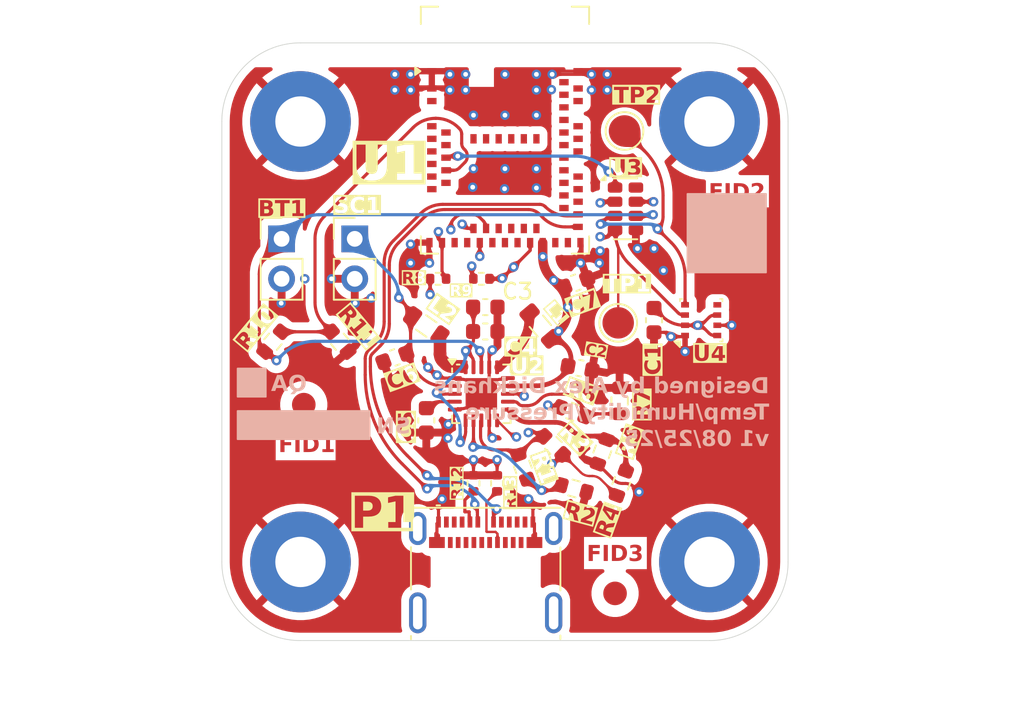
<source format=kicad_pcb>
(kicad_pcb (version 20241229) (generator "pcbnew") (generator_version "9.0")
  (layers (0 "F.Cu" signal) (4 "In1.Cu" signal) (6 "In2.Cu" signal) (2 "B.Cu" signal) (13 "F.Paste" user) (15 "B.Paste" user) (5 "F.SilkS" user "F.Silkscreen") (7 "B.SilkS" user "B.Silkscreen") (1 "F.Mask" user) (3 "B.Mask" user) (25 "Edge.Cuts" user))
  (net 0 "")
  (net 47 "Net-(U2-VRDIV)")
  (net 48 "Net-(U2-VBAT_OV)")
  (net 49 "Net-(U2-OK_HYST)")
  (net 50 "GND")
  (net 51 "Net-(U2-VREF_SAMP)")
  (net 52 "+3V3")
  (net 53 "Net-(U2-OK_PROG)")
  (net 54 "Net-(U2-LBOOST)")
  (net 55 "Net-(U2-VOC_SAMP)")
  (net 56 "Net-(SC1-+)")
  (net 57 "+BATT")
  (net 58 "Net-(U2-LBUCK)")
  (net 59 "Net-(U2-VOUT_SET)")
  (net 60 "/SDA")
  (net 61 "/SCL")
  (net 62 "/RTC_CLKOUT")
  (net 63 "/RTC_INT")
  (net 65 "/VBAT_SENSE")
  (net 66 "/VBAT_OK")
  (net 70 "Net-(P1-CC)")
  (net 71 "Net-(P1-VCONN)")
  (net 78 "/usb.d+")
  (net 79 "/usb.d-")
  (footprint "Resistor_SMD:R_0402_1005Metric" (layer "F.Cu") (at 126.5 100 180)
    (property "Reference" "R9")
    (property "Value" "47k")
  )
  (footprint "MountingHole:MountingHole_3.2mm_M3_Pad" (layer "F.Cu") (at 115 90)
    (property "Reference" "H1" (hide yes))
    (property "Value" "MountingHole_Pad")
  )
  (footprint "Resistor_SMD:R_0603_1608Metric" (layer "F.Cu") (at 132.39 113.33 -15)
    (property "Reference" "R2")
    (property "Value" "5.62m")
  )
  (footprint "Resistor_SMD:R_0603_1608Metric" (layer "F.Cu") (at 131.08 110.59 -44)
    (property "Reference" "R3")
    (property "Value" "1.87m")
  )
  (footprint "Resistor_SMD:R_0603_1608Metric" (layer "F.Cu") (at 113.25 104 50)
    (property "Reference" "R10")
    (property "Value" "4.22m")
  )
  (footprint "MountingHole:MountingHole_3.2mm_M3_Pad" (layer "F.Cu") (at 141 90)
    (property "Reference" "H3" (hide yes))
    (property "Value" "MountingHole_Pad")
  )
  (footprint "Resistor_SMD:R_0603_1608Metric" (layer "F.Cu") (at 134.19 111 -110)
    (property "Reference" "R5")
    (property "Value" "5.62m")
  )
  (footprint "TestPoint:TestPoint_Pad_D2.0mm" (layer "F.Cu") (at 135.2 102.8)
    (property "Reference" "TP1")
    (property "Value" "SDA_TP")
  )
  (footprint "Capacitor_SMD:C_0603_1608Metric" (layer "F.Cu") (at 132.5 100.25 -160)
    (property "Reference" "C7")
    (property "Value" "4.7u")
  )
  (footprint "Capacitor_SMD:C_0603_1608Metric" (layer "F.Cu") (at 126.75 103.349999)
    (property "Reference" "C4")
    (property "Value" "4.7u")
  )
  (footprint "Resistor_SMD:R_0402_1005Metric" (layer "F.Cu") (at 123.75 100)
    (property "Reference" "R8")
    (property "Value" "47k")
  )
  (footprint "Resistor_SMD:R_0603_1608Metric" (layer "F.Cu") (at 135.4 113 70)
    (property "Reference" "R4")
    (property "Value" "5.49m")
  )
  (footprint "Fiducial:Fiducial_1.5mm_Mask3mm" (layer "F.Cu") (at 135 120)
    (property "Reference" "FID3")
    (property "Value" "Fiducial")
  )
  (footprint "Capacitor_SMD:C_0603_1608Metric" (layer "F.Cu") (at 132.77 105.68 -10)
    (property "Reference" "C2")
    (property "Value" "22u")
  )
  (footprint "Capacitor_SMD:C_0603_1608Metric" (layer "F.Cu") (at 121 105 -160)
    (property "Reference" "C6")
    (property "Value" "4.7u")
  )
  (footprint "Resistor_SMD:R_0402_1005Metric" (layer "F.Cu") (at 126 113 90)
    (property "Reference" "R12")
    (property "Value" "5.1k")
  )
  (footprint "Capacitor_SMD:C_0603_1608Metric" (layer "F.Cu") (at 126.75 101.8 180)
    (property "Reference" "C3")
    (property "Value" "10n")
  )
  (footprint "MountingHole:MountingHole_3.2mm_M3_Pad" (layer "F.Cu") (at 141 118)
    (property "Reference" "H4" (hide yes))
    (property "Value" "MountingHole_Pad")
  )
  (footprint "Capacitor_SMD:C_0603_1608Metric" (layer "F.Cu") (at 137.475 102.63 -90)
    (property "Reference" "C1")
    (property "Value" "100n")
  )
  (footprint "Connector_PinHeader_2.54mm:PinHeader_1x02_P2.54mm_Vertical" (layer "F.Cu") (at 118.45 97.46)
    (property "Reference" "SC1")
    (property "Value" "Solar_Cell")
  )
  (footprint "Package_DFN_QFN:QFN-20-1EP_3.5x3.5mm_P0.5mm_EP2x2mm" (layer "F.Cu") (at 126.5 107.3125)
    (property "Reference" "U2")
    (property "Value" "BQ25570")
  )
  (footprint "Resistor_SMD:R_0603_1608Metric" (layer "F.Cu") (at 132.3 108.45 -20)
    (property "Reference" "R6")
    (property "Value" "4.22m")
  )
  (footprint "Fiducial:Fiducial_1.5mm_Mask3mm" (layer "F.Cu") (at 115.210249 108)
    (property "Reference" "FID1")
    (property "Value" "Fiducial")
  )
  (footprint "Inductor_SMD:L_0805_2012Metric" (layer "F.Cu") (at 130.25 103 -50)
    (property "Reference" "L1")
    (property "Value" "10u")
  )
  (footprint "Resistor_SMD:R_0402_1005Metric" (layer "F.Cu") (at 127.5 113 -90)
    (property "Reference" "R13")
    (property "Value" "5.1k")
  )
  (footprint "Capacitor_SMD:C_0603_1608Metric" (layer "F.Cu") (at 123 109 -90)
    (property "Reference" "C5")
    (property "Value" "10n")
  )
  (footprint "RF_Module:Raytac_MDBT50Q" (layer "F.Cu") (at 128 90.55)
    (property "Reference" "U1")
    (property "Value" "MDBT50Q-1MV2")
  )
  (footprint "Resistor_SMD:R_0603_1608Metric" (layer "F.Cu") (at 129.132166 111.965246 -70)
    (property "Reference" "R1")
    (property "Value" "7.32m")
  )
  (footprint "Package_LGA:Bosch_LGA-8_2.5x2.5mm_P0.65mm_ClockwisePinNumbering" (layer "F.Cu") (at 140.475 102.63 90)
    (property "Reference" "U4")
    (property "Value" "BME280")
  )
  (footprint "Connector_USB:USB_C_Receptacle_Molex_105450-0101" (layer "F.Cu") (at 126.775 118.68)
    (property "Reference" "P1")
    (property "Value" "USB_C_Plug_USB2.0")
  )
  (footprint "Inductor_SMD:L_0805_2012Metric" (layer "F.Cu") (at 123 103 -35)
    (property "Reference" "L2")
    (property "Value" "22u")
  )
  (footprint "Resistor_SMD:R_0603_1608Metric" (layer "F.Cu") (at 117.5 104 -50)
    (property "Reference" "R11")
    (property "Value" "1.87m")
  )
  (footprint "Package_SON:MicroCrystal_C7_SON-8_1.5x3.2mm_P0.9mm" (layer "F.Cu") (at 135.6625 95.55)
    (property "Reference" "U3")
    (property "Value" "RV-3028-C7")
  )
  (footprint "Fiducial:Fiducial_1.5mm_Mask3mm" (layer "F.Cu") (at 142.75 97)
    (property "Reference" "FID2")
    (property "Value" "Fiducial")
  )
  (footprint "Resistor_SMD:R_0603_1608Metric" (layer "F.Cu") (at 135.29 107.76 90)
    (property "Reference" "R7")
    (property "Value" "8.66m")
  )
  (footprint "TestPoint:TestPoint_Pad_D2.0mm" (layer "F.Cu") (at 135.6 90.6)
    (property "Reference" "TP2")
    (property "Value" "SCL_TP")
  )
  (footprint "Connector_PinHeader_2.54mm:PinHeader_1x02_P2.54mm_Vertical" (layer "F.Cu") (at 113.8 97.46)
    (property "Reference" "BT1")
    (property "Value" "Battery_Cell")
  )
  (footprint "MountingHole:MountingHole_3.2mm_M3_Pad" (layer "F.Cu") (at 115 118)
    (property "Reference" "H2" (hide yes))
    (property "Value" "MountingHole_Pad")
  )
  (gr_rect (start 111 105.7) (end 112.8 107.5) (stroke (width 0.1)) (fill yes) (layer "B.SilkS"))
  (gr_rect (start 139.6 94.6) (end 144.6 99.6) (stroke (width 0.1)) (fill yes) (layer "B.SilkS"))
  (gr_rect (start 111 108.4) (end 119.4 110.2) (stroke (width 0.1)) (fill yes) (layer "B.SilkS"))
  (gr_line (start 146 118) (end 146 90) (stroke (width 0.05)) (layer "Edge.Cuts"))
  (gr_arc (start 146 118) (mid 144.535534 121.535534) (end 141 123) (stroke (width 0.05)) (layer "Edge.Cuts"))
  (gr_line (start 141 85) (end 115 85) (stroke (width 0.05)) (layer "Edge.Cuts"))
  (gr_arc (start 115 123) (mid 111.464466 121.535534) (end 110 118) (stroke (width 0.05)) (layer "Edge.Cuts"))
  (gr_arc (start 110 90) (mid 111.464466 86.464466) (end 115 85) (stroke (width 0.05)) (layer "Edge.Cuts"))
  (gr_arc (start 141 85) (mid 144.535534 86.464466) (end 146 90) (stroke (width 0.05)) (layer "Edge.Cuts"))
  (gr_line (start 115 123) (end 141 123) (stroke (width 0.05)) (layer "Edge.Cuts"))
  (gr_line (start 110 90) (end 110 118) (stroke (width 0.05)) (layer "Edge.Cuts"))
  (gr_text "QA" (at 115.4 107.3 0) (layer "B.SilkS") (effects (font (size 1 1) (thickness 0.1)) (justify left bottom mirror)))
  (gr_text "Designed by Alex Dickhans\nTemp/Humidity/Pressure\nv1 08/25/25" (at 144.8 110.8 0) (layer "B.SilkS") (effects (font (size 1 1) (thickness 0.1)) (justify left bottom mirror)))
  (gr_text "SN" (at 122 110 0) (layer "B.SilkS") (effects (font (size 1 1) (thickness 0.1)) (justify left bottom mirror)))
  (segment (start 128.85 111.19) (end 129.78878 110.25122) (width 0.2) (layer "F.Cu") (net 47))
  (segment (start 126.5 109) (end 126.449 109.051) (width 0.2) (layer "F.Cu") (net 47))
  (segment (start 127.309346 110.877918) (end 128.206547 110.877918) (width 0.2) (layer "F.Cu") (net 47))
  (segment (start 126.683315 110.583258) (end 126.743661 110.643604) (width 0.2) (layer "F.Cu") (net 47))
  (segment (start 126.449 109.051) (end 126.449 110.017572) (width 0.2) (layer "F.Cu") (net 47))
  (segment (start 131.524754 108.167833) (end 130.867833 108.167833) (width 0.15) (layer "F.Cu") (net 47))
  (segment (start 129.482952 109.77287) (end 129.99398 109.77287) (width 0.15) (layer "F.Cu") (net 47))
  (segment (start 130.354465 110.016906) (end 130.486544 110.016906) (width 0.2) (layer "F.Cu") (net 47))
  (segment (start 130.418244 109.948606) (end 130.486544 110.016906) (width 0.15) (layer "F.Cu") (net 47))
  (segment (start 130.867833 108.167833) (end 130.725 108.025) (width 0.15) (layer "F.Cu") (net 47))
  (segment (start 128.772233 111.112233) (end 128.85 111.19) (width 0.2) (layer "F.Cu") (net 47))
  (via (at 129.482952 109.77287) (size 0.6) (drill 0.3) (layers "F.Cu" "B.Cu") (net 47))
  (via (at 130.725 108.025) (size 0.6) (drill 0.3) (layers "F.Cu" "B.Cu") (net 47))
  (arc (start 126.743661 110.643604) (mid 127.0032 110.817022) (end 127.309346 110.877918) (width 0.2) (layer "F.Cu") (net 47))
  (arc (start 126.683315 110.583258) (mid 126.509896 110.323719) (end 126.449 110.017572) (width 0.2) (layer "F.Cu") (net 47))
  (arc (start 129.99398 109.77287) (mid 130.22359 109.818542) (end 130.418244 109.948606) (width 0.15) (layer "F.Cu") (net 47))
  (arc (start 129.78878 110.25122) (mid 130.048319 110.077802) (end 130.354465 110.016906) (width 0.2) (layer "F.Cu") (net 47))
  (arc (start 128.772233 111.112233) (mid 128.512694 110.938814) (end 128.206547 110.877918) (width 0.2) (layer "F.Cu") (net 47))
  (segment (start 130.325 113.45) (end 130.928214 113.45) (width 0.2) (layer "F.Cu") (net 48))
  (segment (start 126 109) (end 126 110.66389) (width 0.2) (layer "F.Cu") (net 48))
  (segment (start 130.12384 113.45) (end 129.414332 112.740492) (width 0.2) (layer "F.Cu") (net 48))
  (segment (start 130.325 113.45) (end 130.12384 113.45) (width 0.2) (layer "F.Cu") (net 48))
  (segment (start 131.4939 113.215685) (end 131.593111 113.116474) (width 0.2) (layer "F.Cu") (net 48))
  (segment (start 126 110.66389) (end 125.963037 110.700853) (width 0.2) (layer "F.Cu") (net 48))
  (via (at 130.325 113.45) (size 0.6) (drill 0.3) (layers "F.Cu" "B.Cu") (net 48))
  (via (at 125.963037 110.700853) (size 0.6) (drill 0.3) (layers "F.Cu" "B.Cu") (net 48))
  (arc (start 130.928214 113.45) (mid 131.234361 113.389103) (end 131.4939 113.215685) (width 0.2) (layer "F.Cu") (net 48))
  (segment (start 130.325 113.45) (end 128.454533 111.579533) (width 0.2) (layer "B.Cu") (net 48))
  (segment (start 125.963037 110.700853) (end 126.333212 110.700853) (width 0.2) (layer "B.Cu") (net 48))
  (arc (start 126.333212 110.700853) (mid 127.481263 110.929215) (end 128.454533 111.579533) (width 0.2) (layer "B.Cu") (net 48))
  (segment (start 128.555803 110.055803) (end 128.734652 110.055803) (width 0.15) (layer "F.Cu") (net 49))
  (segment (start 133.378697 112.536964) (end 133.548181 112.536964) (width 0.15) (layer "F.Cu") (net 49))
  (segment (start 134.113867 112.771279) (end 135.117834 113.775246) (width 0.15) (layer "F.Cu") (net 49))
  (segment (start 127.5 109) (end 128.555803 110.055803) (width 0.15) (layer "F.Cu") (net 49))
  (segment (start 131.673456 111.163094) (end 132.813012 112.30265) (width 0.15) (layer "F.Cu") (net 49))
  (segment (start 131.06155 111.775) (end 131.673456 111.163094) (width 0.15) (layer "F.Cu") (net 49))
  (segment (start 130.975 111.775) (end 131.06155 111.775) (width 0.15) (layer "F.Cu") (net 49))
  (via (at 130.975 111.775) (size 0.6) (drill 0.3) (layers "F.Cu" "B.Cu") (net 49))
  (via (at 128.734652 110.055803) (size 0.6) (drill 0.3) (layers "F.Cu" "B.Cu") (net 49))
  (arc (start 134.113867 112.771279) (mid 133.854328 112.59786) (end 133.548181 112.536964) (width 0.15) (layer "F.Cu") (net 49))
  (arc (start 132.813012 112.30265) (mid 133.072551 112.476068) (end 133.378697 112.536964) (width 0.15) (layer "F.Cu") (net 49))
  (segment (start 124.8125 108.45) (end 124.8125 108.506129) (width 0.2) (layer "F.Cu") (net 50))
  (segment (start 124.578185 109.071815) (end 124.4 109.25) (width 0.2) (layer "F.Cu") (net 50))
  (segment (start 142.425 102.95) (end 142.42 102.955) (width 0.2) (layer "F.Cu") (net 50))
  (segment (start 127.191685 106.620815) (end 126.5 107.3125) (width 0.2) (layer "F.Cu") (net 50))
  (segment (start 127.2 110.125) (end 127.075 110.125) (width 0.2) (layer "F.Cu") (net 50))
  (segment (start 125.242629 106.3865) (end 124.8865 106.3865) (width 0.2) (layer "F.Cu") (net 50))
  (segment (start 124.8125 108.45) (end 125.001 108.2615) (width 0.2) (layer "F.Cu") (net 50))
  (segment (start 123.675 116.765) (end 123.675 115.565) (width 0.2) (layer "F.Cu") (net 50))
  (segment (start 127.5 112.49) (end 126 112.49) (width 0.2) (layer "F.Cu") (net 50))
  (segment (start 127 110.05) (end 127 109) (width 0.2) (layer "F.Cu") (net 50))
  (segment (start 126.5 107.3125) (end 125.808314 106.620814) (width 0.2) (layer "F.Cu") (net 50))
  (segment (start 127.2 104.525) (end 127 104.725) (width 0.2) (layer "F.Cu") (net 50))
  (segment (start 127.2 110.125) (end 127.025 110.125) (width 0.2) (layer "F.Cu") (net 50))
  (segment (start 123.2 99) (end 123.2 97.7) (width 0.2) (layer "F.Cu") (net 50))
  (segment (start 126 112.49) (end 126 111.5) (width 0.2) (layer "F.Cu") (net 50))
  (segment (start 126.5 107.3125) (end 126.765686 107.578186) (width 0.2) (layer "F.Cu") (net 50))
  (segment (start 131.25 86.8) (end 132.65 86.8) (width 0.2) (layer "F.Cu") (net 50))
  (segment (start 129.875 115.565) (end 129.775 115.465) (width 0.2) (layer "F.Cu") (net 50))
  (segment (start 128.1135 106.3865) (end 127.757371 106.3865) (width 0.2) (layer "F.Cu") (net 50))
  (segment (start 128.1875 106.3125) (end 128.1135 106.3865) (width 0.2) (layer "F.Cu") (net 50))
  (segment (start 127 105.625) (end 127 106.481129) (width 0.2) (layer "F.Cu") (net 50))
  (segment (start 126.765685 107.046815) (end 126.5 107.3125) (width 0.2) (layer "F.Cu") (net 50))
  (segment (start 138.28 103.405) (end 138.55 103.675) (width 0.2) (layer "F.Cu") (net 50))
  (segment (start 124.8125 106.3125) (end 123.875427 106.3125) (width 0.2) (layer "F.Cu") (net 50))
  (segment (start 123.775 114.225) (end 124 114) (width 0.2) (layer "F.Cu") (net 50))
  (segment (start 124.8865 106.3865) (end 124.8125 106.3125) (width 0.2) (layer "F.Cu") (net 50))
  (segment (start 127.5 112.49) (end 127.5 111.5) (width 0.2) (layer "F.Cu") (net 50))
  (segment (start 131 87) (end 133.5 87) (width 0.2) (layer "F.Cu") (net 50))
  (segment (start 124.8125 108.3125) (end 124.8125 108.45) (width 0.2) (layer "F.Cu") (net 50))
  (segment (start 141.5 102.955) (end 142.42 102.955) (width 0.2) (layer "F.Cu") (net 50))
  (segment (start 123.675 115.565) (end 123.775 115.465) (width 0.2) (layer "F.Cu") (net 50))
  (segment (start 123.875427 106.3125) (end 123.68715 106.124223) (width 0.2) (layer "F.Cu") (net 50))
  (segment (start 131 87) (end 131.05 87) (width 0.2) (layer "F.Cu") (net 50))
  (segment (start 129.775 115.465) (end 129.775 114.275) (width 0.2) (layer "F.Cu") (net 50))
  (segment (start 127 108.143871) (end 127 109) (width 0.2) (layer "F.Cu") (net 50))
  (segment (start 137.475 103.405) (end 138.28 103.405) (width 0.2) (layer "F.Cu") (net 50))
  (segment (start 125.001 108.2615) (end 125.219629 108.2615) (width 0.2) (layer "F.Cu") (net 50))
  (segment (start 125.785315 108.027185) (end 126.5 107.3125) (width 0.2) (layer "F.Cu") (net 50))
  (segment (start 133.907833 111.775246) (end 134.909745 112.777158) (width 0.2) (layer "F.Cu") (net 50))
  (segment (start 139.38 103.675) (end 139.45 103.605) (width 0.2) (layer "F.Cu") (net 50))
  (segment (start 129.775 114.275) (end 129.5 114) (width 0.2) (layer "F.Cu") (net 50))
  (segment (start 127 104.725) (end 127 105.625) (width 0.2) (layer "F.Cu") (net 50))
  (segment (start 138.55 103.675) (end 139.38 103.675) (width 0.2) (layer "F.Cu") (net 50))
  (segment (start 136.220787 113.245787) (end 136.525 113.55) (width 0.2) (layer "F.Cu") (net 50))
  (segment (start 123.68715 106.124223) (end 123.599223 106.124223) (width 0.2) (layer "F.Cu") (net 50))
  (segment (start 123.599223 106.124223) (end 123.1 105.625) (width 0.2) (layer "F.Cu") (net 50))
  (segment (start 135.47543 113.011472) (end 135.655101 113.011472) (width 0.2) (layer "F.Cu") (net 50))
  (segment (start 131.05 87) (end 131.25 86.8) (width 0.2) (layer "F.Cu") (net 50))
  (segment (start 127.075 110.125) (end 127 110.05) (width 0.2) (layer "F.Cu") (net 50))
  (segment (start 129.875 116.765) (end 129.875 115.565) (width 0.2) (layer "F.Cu") (net 50))
  (segment (start 123.775 115.465) (end 123.775 114.225) (width 0.2) (layer "F.Cu") (net 50))
  (via (at 138.075 99.475) (size 0.6) (drill 0.3) (layers "F.Cu" "B.Cu") (net 50))
  (via (at 124.375 110.125) (size 0.6) (drill 0.3) (layers "F.Cu" "B.Cu") (net 50))
  (via (at 127.2 104.525) (size 0.6) (drill 0.3) (layers "F.Cu" "B.Cu") (net 50))
  (via (at 130 89.6) (size 0.6) (drill 0.3) (layers "F.Cu" "B.Cu") (net 50))
  (via (at 125.95 94.175) (size 0.6) (drill 0.3) (layers "F.Cu" "B.Cu") (net 50))
  (via (at 136.425 98.075) (size 0.6) (drill 0.3) (layers "F.Cu" "B.Cu") (net 50))
  (via (at 122 88) (size 0.6) (drill 0.3) (layers "F.Cu" "B.Cu") (net 50))
  (via (at 138.55 103.675) (size 0.6) (drill 0.3) (layers "F.Cu" "B.Cu") (net 50))
  (via (at 126 89.6) (size 0.6) (drill 0.3) (layers "F.Cu" "B.Cu") (net 50))
  (via (at 123.68715 106.124223) (size 0.6) (drill 0.3) (layers "F.Cu" "B.Cu") (net 50))
  (via (at 126 93) (size 0.6) (drill 0.3) (layers "F.Cu" "B.Cu") (net 50))
  (via (at 134.05 98.225) (size 0.6) (drill 0.3) (layers "F.Cu" "B.Cu") (net 50))
  (via (at 130 87) (size 0.6) (drill 0.3) (layers "F.Cu" "B.Cu") (net 50))
  (via (at 126 111.5) (size 0.6) (drill 0.3) (layers "F.Cu" "B.Cu") (net 50))
  (via (at 129.5 114) (size 0.6) (drill 0.3) (layers "F.Cu" "B.Cu") (net 50))
  (via (at 125.5 87) (size 0.6) (drill 0.3) (layers "F.Cu" "B.Cu") (net 50))
  (via (at 119.5 101.225) (size 0.6) (drill 0.3) (layers "F.Cu" "B.Cu") (net 50))
  (via (at 124.4 109.25) (size 0.6) (drill 0.3) (layers "F.Cu" "B.Cu") (net 50))
  (via (at 134.5 87) (size 0.6) (drill 0.3) (layers "F.Cu" "B.Cu") (net 50))
  (via (at 128 89.6) (size 0.6) (drill 0.3) (layers "F.Cu" "B.Cu") (net 50))
  (via (at 122 97.8) (size 0.6) (drill 0.3) (layers "F.Cu" "B.Cu") (net 50))
  (via (at 130 88) (size 0.6) (drill 0.3) (layers "F.Cu" "B.Cu") (net 50))
  (via (at 128 93) (size 0.6) (drill 0.3) (layers "F.Cu" "B.Cu") (net 50))
  (via (at 124.5 87) (size 0.6) (drill 0.3) (layers "F.Cu" "B.Cu") (net 50))
  (via (at 136.525 113.55) (size 0.6) (drill 0.3) (layers "F.Cu" "B.Cu") (net 50))
  (via (at 134.5 88) (size 0.6) (drill 0.3) (layers "F.Cu" "B.Cu") (net 50))
  (via (at 139.45 104.625) (size 0.6) (drill 0.3) (layers "F.Cu" "B.Cu") (net 50))
  (via (at 116.975 100) (size 0.6) (drill 0.3) (layers "F.Cu" "B.Cu") (net 50))
  (via (at 130.95 87.975) (size 0.6) (drill 0.3) (layers "F.Cu" "B.Cu") (net 50))
  (via (at 122 87) (size 0.6) (drill 0.3) (layers "F.Cu" "B.Cu") (net 50))
  (via (at 121 87) (size 0.6) (drill 0.3) (layers "F.Cu" "B.Cu") (net 50))
  (via (at 130 94.225) (size 0.6) (drill 0.3) (layers "F.Cu" "B.Cu") (net 50))
  (via (at 133.5 88) (size 0.6) (drill 0.3) (layers "F.Cu" "B.Cu") (net 50))
  (via (at 130 93) (size 0.6) (drill 0.3) (layers "F.Cu" "B.Cu") (net 50))
  (via (at 127.975 94.275) (size 0.6) (drill 0.3) (layers "F.Cu" "B.Cu") (net 50))
  (via (at 131 87) (size 0.6) (drill 0.3) (layers "F.Cu" "B.Cu") (net 50))
  (via (at 113.775 101.55) (size 0.6) (drill 0.3) (layers "F.Cu" "B.Cu") (net 50))
  (via (at 121 88) (size 0.6) (drill 0.3) (layers "F.Cu" "B.Cu") (net 50))
  (via (at 118.475 101.55) (size 0.6) (drill 0.3) (layers "F.Cu" "B.Cu") (net 50))
  (via (at 128 87) (size 0.6) (drill 0.3) (layers "F.Cu" "B.Cu") (net 50))
  (via (at 134 99) (size 0.6) (drill 0.3) (layers "F.Cu" "B.Cu") (net 50))
  (via (at 133.5 87) (size 0.6) (drill 0.3) (layers "F.Cu" "B.Cu") (net 50))
  (via (at 125.5 88) (size 0.6) (drill 0.3) (layers "F.Cu" "B.Cu") (net 50))
  (via (at 123.1 105.625) (size 0.6) (drill 0.3) (layers "F.Cu" "B.Cu") (net 50))
  (via (at 127.5 111.5) (size 0.6) (drill 0.3) (layers "F.Cu" "B.Cu") (net 50))
  (via (at 123.2 99) (size 0.6) (drill 0.3) (layers "F.Cu" "B.Cu") (net 50))
  (via (at 127.2 110.125) (size 0.6) (drill 0.3) (layers "F.Cu" "B.Cu") (net 50))
  (via (at 132.8 99) (size 0.6) (drill 0.3) (layers "F.Cu" "B.Cu") (net 50))
  (via (at 142.42 102.955) (size 0.6) (drill 0.3) (layers "F.Cu" "B.Cu") (net 50))
  (via (at 115.275 100) (size 0.6) (drill 0.3) (layers "F.Cu" "B.Cu") (net 50))
  (via (at 124 114) (size 0.6) (drill 0.3) (layers "F.Cu" "B.Cu") (net 50))
  (via (at 122 99) (size 0.6) (drill 0.3) (layers "F.Cu" "B.Cu") (net 50))
  (via (at 137.475 98.075) (size 0.6) (drill 0.3) (layers "F.Cu" "B.Cu") (net 50))
  (via (at 124.5 88) (size 0.6) (drill 0.3) (layers "F.Cu" "B.Cu") (net 50))
  (arc (start 127 106.481129) (mid 126.939103 106.787276) (end 126.765685 107.046815) (width 0.2) (layer "F.Cu") (net 50))
  (arc (start 127 108.143871) (mid 126.939104 107.837725) (end 126.765686 107.578186) (width 0.2) (layer "F.Cu") (net 50))
  (arc (start 135.47543 113.011472) (mid 135.169284 112.950576) (end 134.909745 112.777158) (width 0.2) (layer "F.Cu") (net 50))
  (arc (start 124.8125 108.506129) (mid 124.751603 108.812276) (end 124.578185 109.071815) (width 0.2) (layer "F.Cu") (net 50))
  (arc (start 135.655101 113.011472) (mid 135.961248 113.072369) (end 136.220787 113.245787) (width 0.2) (layer "F.Cu") (net 50))
  (arc (start 125.219629 108.2615) (mid 125.525776 108.200603) (end 125.785315 108.027185) (width 0.2) (layer "F.Cu") (net 50))
  (arc (start 127.191685 106.620815) (mid 127.451224 106.447396) (end 127.757371 106.3865) (width 0.2) (layer "F.Cu") (net 50))
  (arc (start 125.808314 106.620814) (mid 125.548775 106.447396) (end 125.242629 106.3865) (width 0.2) (layer "F.Cu") (net 50))
  (segment (start 123.826714 107.8125) (end 124.8125 107.8125) (width 0.2) (layer "F.Cu") (net 51))
  (segment (start 123 108.225) (end 123.119607 108.105393) (width 0.2) (layer "F.Cu") (net 51))
  (arc (start 123.119607 108.105393) (mid 123.44403 107.88862) (end 123.826714 107.8125) (width 0.2) (layer "F.Cu") (net 51))
  (segment (start 129.1875 106.8125) (end 129.2 106.8) (width 0.3) (layer "F.Cu") (net 52))
  (segment (start 132 101.918457) (end 132 101.828427) (width 0.6) (layer "F.Cu") (net 52))
  (segment (start 140.473 102.955) (end 140.976554 102.451446) (width 0.2) (layer "F.Cu") (net 52))
  (segment (start 136.325 95.1) (end 137.45 95.1) (width 0.2) (layer "F.Cu") (net 52))
  (segment (start 129.6 98.2) (end 128.55 99.25) (width 0.2) (layer "F.Cu") (net 52))
  (segment (start 130.973442 103.773442) (end 130.932962 103.813922) (width 0.3) (layer "F.Cu") (net 52))
  (segment (start 123.24 101) (end 123.24 100) (width 0.2) (layer "F.Cu") (net 52))
  (segment (start 128.1875 106.8125) (end 129.1875 106.8125) (width 0.3) (layer "F.Cu") (net 52))
  (segment (start 129.6 97.7) (end 129.6 98.2) (width 0.2) (layer "F.Cu") (net 52))
  (segment (start 140.25 102.955) (end 140.473 102.955) (width 0.2) (layer "F.Cu") (net 52))
  (segment (start 131.1 100.1) (end 130.985786 99.985786) (width 0.6) (layer "F.Cu") (net 52))
  (segment (start 129.2 106.8) (end 130.005887 106.8) (width 0.3) (layer "F.Cu") (net 52))
  (segment (start 127.01 100) (end 127.8 100) (width 0.2) (layer "F.Cu") (net 52))
  (segment (start 131.373442 103.773442) (end 130.973442 103.773442) (width 0.3) (layer "F.Cu") (net 52))
  (segment (start 132.2 105.102944) (end 132.2 105.097056) (width 0.3) (layer "F.Cu") (net 52))
  (segment (start 139.403427 102.955) (end 139.45 102.955) (width 0.2) (layer "F.Cu") (net 52))
  (segment (start 141.330107 102.305) (end 141.5 102.305) (width 0.2) (layer "F.Cu") (net 52))
  (segment (start 130.932962 103.813922) (end 131.414214 103.33267) (width 0.6) (layer "F.Cu") (net 52))
  (segment (start 127.8 100) (end 127.825 99.975) (width 0.2) (layer "F.Cu") (net 52))
  (segment (start 131.414213 100.414213) (end 131.1 100.1) (width 0.6) (layer "F.Cu") (net 52))
  (segment (start 130.4 98.571573) (end 130.4 97.7) (width 0.6) (layer "F.Cu") (net 52))
  (segment (start 131.848528 104.248528) (end 131.373442 103.773442) (width 0.3) (layer "F.Cu") (net 52))
  (segment (start 140.976553 103.458553) (end 140.473 102.955) (width 0.2) (layer "F.Cu") (net 52))
  (segment (start 128.55 99.25) (end 127.825 99.975) (width 0.2) (layer "F.Cu") (net 52))
  (segment (start 139.45 102.955) (end 140.25 102.955) (width 0.2) (layer "F.Cu") (net 52))
  (segment (start 141.5 103.605) (end 141.330107 103.605) (width 0.2) (layer "F.Cu") (net 52))
  (segment (start 137.475 101.855) (end 137.989214 102.369214) (width 0.2) (layer "F.Cu") (net 52))
  (segment (start 131.702944 106.097056) (end 131.848528 105.951472) (width 0.3) (layer "F.Cu") (net 52))
  (via (at 130.408326 98.591674) (size 0.6) (drill 0.3) (layers "F.Cu" "B.Cu") (net 52))
  (via (at 127.825 99.975) (size 0.6) (drill 0.3) (layers "F.Cu" "B.Cu") (net 52))
  (via (at 131.414214 103.33267) (size 0.6) (drill 0.3) (layers "F.Cu" "B.Cu") (net 52))
  (via (at 137.45 95.1) (size 0.6) (drill 0.3) (layers "F.Cu" "B.Cu") (net 52))
  (via (at 128.55 99.25) (size 0.6) (drill 0.3) (layers "F.Cu" "B.Cu") (net 52))
  (via (at 131.1 100.1) (size 0.6) (drill 0.3) (layers "F.Cu" "B.Cu") (net 52))
  (via (at 140.25 102.955) (size 0.6) (drill 0.3) (layers "F.Cu" "B.Cu") (net 52))
  (via (at 131.991674 101.808326) (size 0.6) (drill 0.3) (layers "F.Cu" "B.Cu") (net 52))
  (via (at 123.24 101) (size 0.6) (drill 0.3) (layers "F.Cu" "B.Cu") (net 52))
  (arc (start 132.2 105.097056) (mid 132.108655 104.637836) (end 131.848528 104.248528) (width 0.3) (layer "F.Cu") (net 52))
  (arc (start 130.985786 99.985786) (mid 130.552241 99.33694) (end 130.408326 98.591674) (width 0.6) (layer "F.Cu") (net 52))
  (arc (start 131.848528 105.951472) (mid 132.108655 105.562164) (end 132.2 105.102944) (width 0.3) (layer "F.Cu") (net 52))
  (arc (start 141.330107 102.305) (mid 141.138766 102.34306) (end 140.976554 102.451446) (width 0.2) (layer "F.Cu") (net 52))
  (arc (start 130.005887 106.8) (mid 130.924328 106.617311) (end 131.702944 106.097056) (width 0.3) (layer "F.Cu") (net 52))
  (arc (start 131.991674 101.808326) (mid 131.847759 101.06306) (end 131.414213 100.414213) (width 0.6) (layer "F.Cu") (net 52))
  (arc (start 132 101.918457) (mid 131.847759 102.683824) (end 131.414214 103.33267) (width 0.6) (layer "F.Cu") (net 52))
  (arc (start 130.408326 98.591674) (mid 130.552241 99.33694) (end 130.4 98.571573) (width 0.6) (layer "F.Cu") (net 52))
  (arc (start 140.976553 103.458553) (mid 141.138765 103.56694) (end 141.330107 103.605) (width 0.2) (layer "F.Cu") (net 52))
  (arc (start 132 101.828427) (mid 131.847759 101.06306) (end 131.991674 101.808326) (width 0.6) (layer "F.Cu") (net 52))
  (arc (start 139.403427 102.955) (mid 138.63806 102.802759) (end 137.989214 102.369214) (width 0.2) (layer "F.Cu") (net 52))
  (segment (start 135.301405 110.501405) (end 135.180761 110.380761) (width 0.3) (layer "F.Cu") (net 53))
  (segment (start 134.261522 110) (end 133.138478 110) (width 0.3) (layer "F.Cu") (net 53))
  (segment (start 131.186791 109.125269) (end 129.538747 109.125269) (width 0.3) (layer "F.Cu") (net 53))
  (segment (start 135.682166 112.224754) (end 135.682166 111.420644) (width 0.3) (layer "F.Cu") (net 53))
  (segment (start 132.219239 109.619239) (end 132.10603 109.50603) (width 0.3) (layer "F.Cu") (net 53))
  (segment (start 128.619508 108.744508) (end 128.1875 108.3125) (width 0.3) (layer "F.Cu") (net 53))
  (arc (start 132.219239 109.619239) (mid 132.640989 109.901044) (end 133.138478 110) (width 0.3) (layer "F.Cu") (net 53))
  (arc (start 134.261522 110) (mid 134.75901 110.098957) (end 135.180761 110.380761) (width 0.3) (layer "F.Cu") (net 53))
  (arc (start 135.682166 111.420644) (mid 135.583209 110.923156) (end 135.301405 110.501405) (width 0.3) (layer "F.Cu") (net 53))
  (arc (start 132.10603 109.50603) (mid 131.68428 109.224225) (end 131.186791 109.125269) (width 0.3) (layer "F.Cu") (net 53))
  (arc (start 129.538747 109.125269) (mid 129.041259 109.026312) (end 128.619508 108.744508) (width 0.3) (layer "F.Cu") (net 53))
  (segment (start 123.875 104.775) (end 123.875 104.801472) (width 0.8) (layer "F.Cu") (net 54))
  (segment (start 125.25062 105.56312) (end 125.274 105.5865) (width 0.8) (layer "F.Cu") (net 54))
  (segment (start 124.683408 105.56312) (end 125.25062 105.56312) (width 0.8) (layer "F.Cu") (net 54))
  (segment (start 123.870349 104.770349) (end 123.875 104.775) (width 0.8) (layer "F.Cu") (net 54))
  (segment (start 123.870349 103.609425) (end 123.870349 104.770349) (width 0.8) (layer "F.Cu") (net 54))
  (segment (start 124.050736 105.225736) (end 124.235764 105.410764) (width 0.8) (layer "F.Cu") (net 54))
  (segment (start 124.660028 105.5865) (end 124.683408 105.56312) (width 0.8) (layer "F.Cu") (net 54))
  (arc (start 124.235764 105.410764) (mid 124.430418 105.540828) (end 124.660028 105.5865) (width 0.8) (layer "F.Cu") (net 54))
  (arc (start 123.875 104.801472) (mid 123.920672 105.031082) (end 124.050736 105.225736) (width 0.8) (layer "F.Cu") (net 54))
  (segment (start 125.265685 110.284315) (end 125.15 110.4) (width 0.2) (layer "F.Cu") (net 55))
  (segment (start 126 102.275) (end 125.975 102.25) (width 0.2) (layer "F.Cu") (net 55))
  (segment (start 126 103.867893) (end 126 102.275) (width 0.2) (layer "F.Cu") (net 55))
  (segment (start 123.645464 107.240531) (end 123.729933 107.325) (width 0.2) (layer "F.Cu") (net 55))
  (segment (start 125.853553 104.928553) (end 125.5 104.575) (width 0.2) (layer "F.Cu") (net 55))
  (segment (start 126 105.625) (end 126 105.282107) (width 0.2) (layer "F.Cu") (net 55))
  (segment (start 125.5 104.575) (end 125.853554 104.221446) (width 0.2) (layer "F.Cu") (net 55))
  (segment (start 124.8 107.325) (end 124.8125 107.3125) (width 0.2) (layer "F.Cu") (net 55))
  (segment (start 123.729933 107.325) (end 124.8 107.325) (width 0.2) (layer "F.Cu") (net 55))
  (segment (start 125.5 109) (end 125.5 109.718629) (width 0.2) (layer "F.Cu") (net 55))
  (via (at 125.15 110.4) (size 0.6) (drill 0.3) (layers "F.Cu" "B.Cu") (net 55))
  (via (at 125.5 104.575) (size 0.6) (drill 0.3) (layers "F.Cu" "B.Cu") (net 55))
  (via (at 123.645464 107.240531) (size 0.6) (drill 0.3) (layers "F.Cu" "B.Cu") (net 55))
  (arc (start 125.853554 104.221446) (mid 125.96194 104.059234) (end 126 103.867893) (width 0.2) (layer "F.Cu") (net 55))
  (arc (start 125.265685 110.284315) (mid 125.439104 110.024776) (end 125.5 109.718629) (width 0.2) (layer "F.Cu") (net 55))
  (arc (start 126 105.282107) (mid 125.96194 105.090765) (end 125.853553 104.928553) (width 0.2) (layer "F.Cu") (net 55))
  (segment (start 125.06066 105.825335) (end 123.645464 107.240531) (width 0.2) (layer "B.Cu") (net 55))
  (segment (start 125.15 110.4) (end 125.15 109.573494) (width 0.2) (layer "B.Cu") (net 55))
  (segment (start 124.564213 108.15928) (end 123.645464 107.240531) (width 0.2) (layer "B.Cu") (net 55))
  (segment (start 125.5 104.575) (end 125.5 104.764675) (width 0.2) (layer "B.Cu") (net 55))
  (arc (start 125.06066 105.825335) (mid 125.385819 105.3387) (end 125.5 104.764675) (width 0.2) (layer "B.Cu") (net 55))
  (arc (start 125.15 109.573494) (mid 124.997759 108.808127) (end 124.564213 108.15928) (width 0.2) (layer "B.Cu") (net 55))
  (segment (start 121.35 101.3) (end 121.25 101.2) (width 0.2) (layer "F.Cu") (net 56))
  (segment (start 124.8125 106.8125) (end 124.065927 106.8125) (width 0.2) (layer "F.Cu") (net 56))
  (segment (start 122 104.746573) (end 122 102.778427) (width 0.2) (layer "F.Cu") (net 56))
  (segment (start 121.414213 101.364213) (end 121.35 101.3) (width 0.2) (layer "F.Cu") (net 56))
  (segment (start 122.651713 106.226713) (end 122.585786 106.160786) (width 0.2) (layer "F.Cu") (net 56))
  (via (at 121.25 101.2) (size 0.6) (drill 0.3) (layers "F.Cu" "B.Cu") (net 56))
  (arc (start 121.414213 101.364213) (mid 121.847759 102.01306) (end 122 102.778427) (width 0.2) (layer "F.Cu") (net 56))
  (arc (start 124.065927 106.8125) (mid 123.30056 106.660259) (end 122.651713 106.226713) (width 0.2) (layer "F.Cu") (net 56))
  (arc (start 122.585786 106.160786) (mid 122.152241 105.51194) (end 122 104.746573) (width 0.2) (layer "F.Cu") (net 56))
  (segment (start 120.664213 99.674213) (end 118.45 97.46) (width 0.2) (layer "B.Cu") (net 56))
  (segment (start 121.25 101.2) (end 121.25 101.088427) (width 0.2) (layer "B.Cu") (net 56))
  (arc (start 121.25 101.088427) (mid 121.097759 100.32306) (end 120.664213 99.674213) (width 0.2) (layer "B.Cu") (net 56))
  (segment (start 126.5 104.676446) (end 126.401769 104.578215) (width 0.2) (layer "F.Cu") (net 57))
  (segment (start 112.7197 104.631986) (end 112.382541 104.294827) (width 0.2) (layer "F.Cu") (net 57))
  (segment (start 137.35 96) (end 137.425 95.925) (width 0.2) (layer "F.Cu") (net 57))
  (segment (start 112.906986 104.631986) (end 113.475 105.2) (width 0.2) (layer "F.Cu") (net 57))
  (segment (start 112.968328 98.291672) (end 113.8 97.46) (width 0.2) (layer "F.Cu") (net 57))
  (segment (start 112.382541 104.294827) (end 112.382541 99.705886) (width 0.2) (layer "F.Cu") (net 57))
  (segment (start 136.325 96) (end 137.35 96) (width 0.2) (layer "F.Cu") (net 57))
  (segment (start 112.719699 104.631986) (end 112.906986 104.631986) (width 0.2) (layer "F.Cu") (net 57))
  (segment (start 126.5 105.625) (end 126.5 104.676446) (width 0.2) (layer "F.Cu") (net 57))
  (via (at 126.401769 104.578215) (size 0.6) (drill 0.3) (layers "F.Cu" "B.Cu") (net 57))
  (via (at 113.475 105.2) (size 0.6) (drill 0.3) (layers "F.Cu" "B.Cu") (net 57))
  (via (at 137.425 95.925) (size 0.6) (drill 0.3) (layers "F.Cu" "B.Cu") (net 57))
  (arc (start 112.382541 99.705886) (mid 112.534782 98.940519) (end 112.968328 98.291672) (width 0.2) (layer "F.Cu") (net 57))
  (segment (start 125.466183 103.974) (end 115.943641 103.974) (width 0.2) (layer "B.Cu") (net 57))
  (segment (start 114.749213 96.510787) (end 113.8 97.46) (width 0.2) (layer "B.Cu") (net 57))
  (segment (start 113.82232 104.85268) (end 113.475 105.2) (width 0.2) (layer "B.Cu") (net 57))
  (segment (start 137.425 95.925) (end 116.163427 95.925) (width 0.2) (layer "B.Cu") (net 57))
  (segment (start 126.401769 104.578215) (end 126.031868 104.208314) (width 0.2) (layer "B.Cu") (net 57))
  (arc (start 116.163427 95.925) (mid 115.39806 96.077241) (end 114.749213 96.510787) (width 0.2) (layer "B.Cu") (net 57))
  (arc (start 125.466183 103.974) (mid 125.772329 104.034896) (end 126.031868 104.208314) (width 0.2) (layer "B.Cu") (net 57))
  (arc (start 115.943641 103.974) (mid 114.79559 104.202362) (end 113.82232 104.85268) (width 0.2) (layer "B.Cu") (net 57))
  (segment (start 128.688358 104.562642) (end 127.626 105.625) (width 0.6) (layer "F.Cu") (net 58))
  (segment (start 129.567038 102.186078) (end 129.567038 102.441321) (width 0.6) (layer "F.Cu") (net 58))
  (arc (start 129.567038 102.441321) (mid 129.338676 103.589372) (end 128.688358 104.562642) (width 0.6) (layer "F.Cu") (net 58))
  (segment (start 133.075246 108.732167) (end 133.257167 108.732167) (width 0.2) (layer "F.Cu") (net 59))
  (segment (start 128.1875 107.8125) (end 128.602583 107.8125) (width 0.2) (layer "F.Cu") (net 59))
  (segment (start 133.404334 108.585) (end 135.29 108.585) (width 0.2) (layer "F.Cu") (net 59))
  (segment (start 128.814715 107.900368) (end 128.888858 107.974511) (width 0.2) (layer "F.Cu") (net 59))
  (segment (start 129.10099 108.062379) (end 129.423464 108.062379) (width 0.2) (layer "F.Cu") (net 59))
  (segment (start 133.075246 108.640897) (end 133.075246 108.732167) (width 0.2) (layer "F.Cu") (net 59))
  (segment (start 132.477745 107.629182) (end 132.782353 107.93379) (width 0.2) (layer "F.Cu") (net 59))
  (segment (start 130.130571 107.769486) (end 130.270875 107.629182) (width 0.2) (layer "F.Cu") (net 59))
  (segment (start 130.977982 107.336289) (end 131.770638 107.336289) (width 0.2) (layer "F.Cu") (net 59))
  (segment (start 133.257167 108.732167) (end 133.404334 108.585) (width 0.2) (layer "F.Cu") (net 59))
  (arc (start 128.888858 107.974511) (mid 128.986185 108.039543) (end 129.10099 108.062379) (width 0.2) (layer "F.Cu") (net 59))
  (arc (start 130.977982 107.336289) (mid 130.595299 107.412409) (end 130.270875 107.629182) (width 0.2) (layer "F.Cu") (net 59))
  (arc (start 132.782353 107.93379) (mid 132.999126 108.258213) (end 133.075246 108.640897) (width 0.2) (layer "F.Cu") (net 59))
  (arc (start 130.130571 107.769486) (mid 129.806148 107.986259) (end 129.423464 108.062379) (width 0.2) (layer "F.Cu") (net 59))
  (arc (start 132.477745 107.629182) (mid 132.153322 107.412409) (end 131.770638 107.336289) (width 0.2) (layer "F.Cu") (net 59))
  (arc (start 128.602583 107.8125) (mid 128.717388 107.835336) (end 128.814715 107.900368) (width 0.2) (layer "F.Cu") (net 59))
  (segment (start 139.45 102.305) (end 139.357217 102.305) (width 0.2) (layer "F.Cu") (net 60))
  (segment (start 124 97.7) (end 124 99.74) (width 0.2) (layer "F.Cu") (net 60))
  (segment (start 124 99.74) (end 124.26 100) (width 0.2) (layer "F.Cu") (net 60))
  (segment (start 135 96.9) (end 134.575292 97.324708) (width 0.2) (layer "F.Cu") (net 60))
  (segment (start 135 96.912249) (end 135 96.9) (width 0.2) (layer "F.Cu") (net 60))
  (segment (start 135.2 101.75) (end 135.2 98.004127) (width 0.15) (layer "F.Cu") (net 60))
  (segment (start 123.76846 97.002472) (end 123.76846 97.46846) (width 0.2) (layer "F.Cu") (net 60))
  (segment (start 123.76846 97.46846) (end 124 97.7) (width 0.2) (layer "F.Cu") (net 60))
  (segment (start 139.003663 102.158553) (end 135.878679 99.033569) (width 0.2) (layer "F.Cu") (net 60))
  (segment (start 135.2 98.004127) (end 135.204127 98) (width 0.15) (layer "F.Cu") (net 60))
  (segment (start 134.575292 97.324708) (end 134.047973 97.324708) (width 0.2) (layer "F.Cu") (net 60))
  (via (at 134.047973 97.324708) (size 0.6) (drill 0.3) (layers "F.Cu" "B.Cu") (net 60))
  (via (at 123.76846 97.002472) (size 0.6) (drill 0.3) (layers "F.Cu" "B.Cu") (net 60))
  (arc (start 139.003663 102.158553) (mid 139.165875 102.26694) (end 139.357217 102.305) (width 0.2) (layer "F.Cu") (net 60))
  (arc (start 135 96.912249) (mid 135.228361 98.060299) (end 135.878679 99.033569) (width 0.2) (layer "F.Cu") (net 60))
  (segment (start 134.069674 96.525) (end 134.448228 96.146446) (width 0.2) (layer "F.Cu") (net 61))
  (segment (start 138.051 96.059786) (end 138.051 94.707854) (width 0.2) (layer "F.Cu") (net 61))
  (segment (start 126 96.8) (end 125.757107 96.8) (width 0.2) (layer "F.Cu") (net 61))
  (segment (start 137.7 96.825) (end 137.758107 96.766893) (width 0.2) (layer "F.Cu") (net 61))
  (segment (start 138.57132 97.69632) (end 137.7 96.825) (width 0.2) (layer "F.Cu") (net 61))
  (segment (start 136.879427 91.879427) (end 135.6 90.6) (width 0.2) (layer "F.Cu") (net 61))
  (segment (start 125.887851 99.189579) (end 125.887851 99.897851) (width 0.2) (layer "F.Cu") (net 61))
  (segment (start 139.45 101.655) (end 139.45 99.817641) (width 0.2) (layer "F.Cu") (net 61))
  (segment (start 125.887851 99.897851) (end 125.99 100) (width 0.2) (layer "F.Cu") (net 61))
  (segment (start 125.403553 96.653553) (end 125.275 96.525) (width 0.2) (layer "F.Cu") (net 61))
  (segment (start 134.801781 96) (end 135 96) (width 0.2) (layer "F.Cu") (net 61))
  (via (at 137.7 96.825) (size 0.6) (drill 0.3) (layers "F.Cu" "B.Cu") (net 61))
  (via (at 134.069674 96.525) (size 0.6) (drill 0.3) (layers "F.Cu" "B.Cu") (net 61))
  (via (at 125.887851 99.189579) (size 0.6) (drill 0.3) (layers "F.Cu" "B.Cu") (net 61))
  (via (at 125.275 96.525) (size 0.6) (drill 0.3) (layers "F.Cu" "B.Cu") (net 61))
  (arc (start 136.879427 91.879427) (mid 137.746518 93.17712) (end 138.051 94.707854) (width 0.2) (layer "F.Cu") (net 61))
  (arc (start 125.757107 96.8) (mid 125.565765 96.76194) (end 125.403553 96.653553) (width 0.2) (layer "F.Cu") (net 61))
  (arc (start 138.57132 97.69632) (mid 139.221639 98.66959) (end 139.45 99.817641) (width 0.2) (layer "F.Cu") (net 61))
  (arc (start 137.758107 96.766893) (mid 137.97488 96.44247) (end 138.051 96.059786) (width 0.2) (layer "F.Cu") (net 61))
  (arc (start 134.448228 96.146446) (mid 134.61044 96.03806) (end 134.801781 96) (width 0.2) (layer "F.Cu") (net 61))
  (segment (start 137.192893 96.525) (end 134.069674 96.525) (width 0.2) (layer "B.Cu") (net 61))
  (segment (start 137.7 96.825) (end 137.546446 96.671446) (width 0.2) (layer "B.Cu") (net 61))
  (arc (start 137.546446 96.671446) (mid 137.384234 96.56306) (end 137.192893 96.525) (width 0.2) (layer "B.Cu") (net 61))
  (segment (start 125 92.2) (end 124.35 92.2) (width 0.2) (layer "F.Cu") (net 62))
  (segment (start 135 93.6) (end 134.6 93.2) (width 0.2) (layer "F.Cu") (net 62))
  (segment (start 124.35 92.2) (end 124.25 92.3) (width 0.2) (layer "F.Cu") (net 62))
  (segment (start 135 94.2) (end 135 93.6) (width 0.2) (layer "F.Cu") (net 62))
  (via (at 134.6 93.2) (size 0.6) (drill 0.3) (layers "F.Cu" "B.Cu") (net 62))
  (via (at 125 92.2) (size 0.6) (drill 0.3) (layers "F.Cu" "B.Cu") (net 62))
  (segment (start 132.440202 92.2) (end 125 92.2) (width 0.2) (layer "B.Cu") (net 62))
  (segment (start 134.6 93.2) (end 134.420101 93.020101) (width 0.2) (layer "B.Cu") (net 62))
  (arc (start 132.440202 92.2) (mid 133.511716 92.413137) (end 134.420101 93.020101) (width 0.2) (layer "B.Cu") (net 62))
  (segment (start 126.4 98.575) (end 126.4 97.7) (width 0.2) (layer "F.Cu") (net 63))
  (segment (start 135 95.1) (end 134.125 95.1) (width 0.2) (layer "F.Cu") (net 63))
  (segment (start 134.125 95.1) (end 134.05 95.175) (width 0.2) (layer "F.Cu") (net 63))
  (via (at 134.05 95.175) (size 0.6) (drill 0.3) (layers "F.Cu" "B.Cu") (net 63))
  (via (at 126.4 98.575) (size 0.6) (drill 0.3) (layers "F.Cu" "B.Cu") (net 63))
  (segment (start 116.969701 103.368014) (end 116.510786 102.909099) (width 0.2) (layer "F.Cu") (net 65))
  (segment (start 125.39539 91.745447) (end 125.454554 91.804611) (width 0.2) (layer "F.Cu") (net 65))
  (segment (start 116.969701 103.368014) (end 113.7803 103.368014) (width 0.2) (layer "F.Cu") (net 65))
  (segment (start 124.742836 93.1) (end 124.25 93.1) (width 0.2) (layer "F.Cu") (net 65))
  (segment (start 116.510787 96.037213) (end 122.163214 90.384786) (width 0.2) (layer "F.Cu") (net 65))
  (segment (start 125.248943 90.80405) (end 125.248943 91.391893) (width 0.2) (layer "F.Cu") (net 65))
  (segment (start 115.925 101.494886) (end 115.925 97.451427) (width 0.2) (layer "F.Cu") (net 65))
  (segment (start 123.577427 89.799) (end 123.622573 89.799) (width 0.2) (layer "F.Cu") (net 65))
  (segment (start 125.036787 90.384787) (end 125.102497 90.450497) (width 0.2) (layer "F.Cu") (net 65))
  (segment (start 125.601 92.158164) (end 125.601 92.241836) (width 0.2) (layer "F.Cu") (net 65))
  (segment (start 125.454553 92.59539) (end 125.096389 92.953554) (width 0.2) (layer "F.Cu") (net 65))
  (arc (start 115.925 101.494886) (mid 116.077241 102.260253) (end 116.510786 102.909099) (width 0.2) (layer "F.Cu") (net 65))
  (arc (start 125.601 92.241836) (mid 125.56294 92.433178) (end 125.454553 92.59539) (width 0.2) (layer "F.Cu") (net 65))
  (arc (start 125.601 92.158164) (mid 125.56294 91.966823) (end 125.454554 91.804611) (width 0.2) (layer "F.Cu") (net 65))
  (arc (start 125.102497 90.450497) (mid 125.210883 90.612709) (end 125.248943 90.80405) (width 0.2) (layer "F.Cu") (net 65))
  (arc (start 115.925 97.451427) (mid 116.077241 96.68606) (end 116.510787 96.037213) (width 0.2) (layer "F.Cu") (net 65))
  (arc (start 124.742836 93.1) (mid 124.934177 93.06194) (end 125.096389 92.953554) (width 0.2) (layer "F.Cu") (net 65))
  (arc (start 123.577427 89.799) (mid 122.81206 89.951241) (end 122.163214 90.384786) (width 0.2) (layer "F.Cu") (net 65))
  (arc (start 125.036787 90.384787) (mid 124.38794 89.951241) (end 123.622573 89.799) (width 0.2) (layer "F.Cu") (net 65))
  (arc (start 125.39539 91.745447) (mid 125.287003 91.583235) (end 125.248943 91.391893) (width 0.2) (layer "F.Cu") (net 65))
  (segment (start 129.225669 107.275669) (end 129.225669 107.461379) (width 0.2) (layer "F.Cu") (net 66))
  (segment (start 125.977472 95.924) (end 125.274585 95.924) (width 0.2) (layer "F.Cu") (net 66))
  (segment (start 124.559456 96.639129) (end 124.559456 96.882772) (width 0.2) (layer "F.Cu") (net 66))
  (segment (start 128.1875 107.3125) (end 129.1875 107.3125) (width 0.2) (layer "F.Cu") (net 66))
  (segment (start 129.1875 107.3125) (end 129.225 107.275) (width 0.2) (layer "F.Cu") (net 66))
  (segment (start 129.225 107.275) (end 129.225669 107.275669) (width 0.2) (layer "F.Cu") (net 66))
  (segment (start 126.624264 96.322264) (end 126.401736 96.099736) (width 0.2) (layer "F.Cu") (net 66))
  (segment (start 126.8 96.8) (end 126.8 96.746528) (width 0.2) (layer "F.Cu") (net 66))
  (segment (start 124.850321 96.099736) (end 124.735192 96.214865) (width 0.2) (layer "F.Cu") (net 66))
  (via (at 124.559456 96.882772) (size 0.6) (drill 0.3) (layers "F.Cu" "B.Cu") (net 66))
  (via (at 129.225669 107.461379) (size 0.6) (drill 0.3) (layers "F.Cu" "B.Cu") (net 66))
  (arc (start 126.8 96.746528) (mid 126.754328 96.516918) (end 126.624264 96.322264) (width 0.2) (layer "F.Cu") (net 66))
  (arc (start 124.735192 96.214865) (mid 124.605128 96.409519) (end 124.559456 96.639129) (width 0.2) (layer "F.Cu") (net 66))
  (arc (start 125.977472 95.924) (mid 126.207082 95.969672) (end 126.401736 96.099736) (width 0.2) (layer "F.Cu") (net 66))
  (arc (start 125.274585 95.924) (mid 125.044975 95.969672) (end 124.850321 96.099736) (width 0.2) (layer "F.Cu") (net 66))
  (segment (start 125.726 114.814) (end 125.726 115.416) (width 0.2) (layer "F.Cu") (net 70))
  (segment (start 125.45 114.06) (end 125.45 114.814) (width 0.2) (layer "F.Cu") (net 70))
  (segment (start 125.45 114.814) (end 125.726 114.814) (width 0.2) (layer "F.Cu") (net 70))
  (segment (start 126 113.51) (end 125.45 114.06) (width 0.2) (layer "F.Cu") (net 70))
  (segment (start 125.726 115.416) (end 125.775 115.465) (width 0.2) (layer "F.Cu") (net 70))
  (segment (start 126.824 114.186) (end 127.5 113.51) (width 0.15) (layer "F.Cu") (net 71))
  (segment (start 126.824 116.066) (end 126.824 114.186) (width 0.15) (layer "F.Cu") (net 71))
  (segment (start 127.525 116.213) (end 127.403 116.091) (width 0.15) (layer "F.Cu") (net 71))
  (segment (start 126.849 116.091) (end 126.824 116.066) (width 0.15) (layer "F.Cu") (net 71))
  (segment (start 127.525 116.765) (end 127.525 116.213) (width 0.15) (layer "F.Cu") (net 71))
  (segment (start 127.403 116.091) (end 126.849 116.091) (width 0.15) (layer "F.Cu") (net 71))
  (segment (start 121.459759 111.759759) (end 123.05 113.35) (width 0.2) (layer "F.Cu") (net 78))
  (segment (start 126.082295 114.331243) (end 126.103554 114.352502) (width 0.2) (layer "F.Cu") (net 78))
  (segment (start 122.632409 95.853786) (end 120.906787 97.579408) (width 0.2) (layer "F.Cu") (net 78))
  (segment (start 132.549 96.001) (end 131.977427 96.001) (width 0.2) (layer "F.Cu") (net 78))
  (segment (start 126.25 115.44) (end 126.275 115.465) (width 0.2) (layer "F.Cu") (net 78))
  (segment (start 119.7024 104.165836) (end 119.349131 104.519114) (width 0.2) (layer "F.Cu") (net 78))
  (segment (start 130.563214 95.415214) (end 130.562447 95.414447) (width 0.2) (layer "F.Cu") (net 78))
  (segment (start 119.735214 104.133022) (end 119.7024 104.165836) (width 0.2) (layer "F.Cu") (net 78))
  (segment (start 120.321 98.993622) (end 120.321 102.718809) (width 0.2) (layer "F.Cu") (net 78))
  (segment (start 119.116613 105.080472) (end 119.116613 106.102905) (width 0.2) (layer "F.Cu") (net 78))
  (segment (start 130.208893 95.268) (end 124.046622 95.268) (width 0.2) (layer "F.Cu") (net 78))
  (segment (start 126.25 114.706055) (end 126.25 115.44) (width 0.2) (layer "F.Cu") (net 78))
  (segment (start 132.65 95.9) (end 132.549 96.001) (width 0.2) (layer "F.Cu") (net 78))
  (via (at 126.082295 114.331243) (size 0.6) (drill 0.3) (layers "F.Cu" "B.Cu") (net 78))
  (via (at 123.05 113.35) (size 0.6) (drill 0.3) (layers "F.Cu" "B.Cu") (net 78))
  (arc (start 130.562447 95.414447) (mid 130.400235 95.30606) (end 130.208893 95.268) (width 0.2) (layer "F.Cu") (net 78))
  (arc (start 119.349131 104.519114) (mid 119.177042 104.776668) (end 119.116613 105.080472) (width 0.2) (layer "F.Cu") (net 78))
  (arc (start 126.25 114.706055) (mid 126.21194 114.514714) (end 126.103554 114.352502) (width 0.2) (layer "F.Cu") (net 78))
  (arc (start 124.046622 95.268) (mid 123.281255 95.420241) (end 122.632409 95.853786) (width 0.2) (layer "F.Cu") (net 78))
  (arc (start 121.459759 111.759759) (mid 119.725577 109.164372) (end 119.116613 106.102905) (width 0.2) (layer "F.Cu") (net 78))
  (arc (start 120.321 102.718809) (mid 120.168759 103.484176) (end 119.735214 104.133022) (width 0.2) (layer "F.Cu") (net 78))
  (arc (start 120.906787 97.579408) (mid 120.473241 98.228255) (end 120.321 98.993622) (width 0.2) (layer "F.Cu") (net 78))
  (arc (start 131.977427 96.001) (mid 131.21206 95.848759) (end 130.563214 95.415214) (width 0.2) (layer "F.Cu") (net 78))
  (segment (start 123.498527 113.150001) (end 124.295533 113.150001) (width 0.2) (layer "B.Cu") (net 78))
  (segment (start 123.05 113.35) (end 123.074263 113.325737) (width 0.2) (layer "B.Cu") (net 78))
  (segment (start 125.851168 113.794366) (end 125.935848 113.879046) (width 0.2) (layer "B.Cu") (net 78))
  (segment (start 126.082295 114.2326) (end 126.082295 114.331243) (width 0.2) (layer "B.Cu") (net 78))
  (arc (start 123.074263 113.325737) (mid 123.268917 113.195673) (end 123.498527 113.150001) (width 0.2) (layer "B.Cu") (net 78))
  (arc (start 125.851168 113.794366) (mid 125.137437 113.317466) (end 124.295533 113.150001) (width 0.2) (layer "B.Cu") (net 78))
  (arc (start 125.935848 113.879046) (mid 126.044235 114.041258) (end 126.082295 114.2326) (width 0.2) (layer "B.Cu") (net 78))
  (segment (start 130.416213 96.114213) (end 130.190893 95.888893) (width 0.2) (layer "F.Cu") (net 79))
  (segment (start 127.480796 114.636244) (end 127.450736 114.666304) (width 0.2) (layer "F.Cu") (net 79))
  (segment (start 120.649 99.129484) (end 120.649 102.854671) (width 0.2) (layer "F.Cu") (net 79))
  (segment (start 132.65 96.7) (end 131.830427 96.7) (width 0.2) (layer "F.Cu") (net 79))
  (segment (start 127.275 115.090568) (end 127.275 115.465) (width 0.2) (layer "F.Cu") (net 79))
  (segment (start 129.483786 95.596) (end 124.182484 95.596) (width 0.2) (layer "F.Cu") (net 79))
  (segment (start 122.76827 96.181787) (end 121.234786 97.715271) (width 0.2) (layer "F.Cu") (net 79))
  (segment (start 119.444613 105.078547) (end 119.444613 105.580905) (width 0.2) (layer "F.Cu") (net 79))
  (segment (start 121.787759 111.237759) (end 123.05 112.5) (width 0.2) (layer "F.Cu") (net 79))
  (segment (start 120.063213 104.268885) (end 119.579714 104.752384) (width 0.2) (layer "F.Cu") (net 79))
  (via (at 123.05 112.5) (size 0.6) (drill 0.3) (layers "F.Cu" "B.Cu") (net 79))
  (via (at 127.480796 114.636244) (size 0.6) (drill 0.3) (layers "F.Cu" "B.Cu") (net 79))
  (arc (start 124.182484 95.596) (mid 123.417117 95.748241) (end 122.76827 96.181787) (width 0.2) (layer "F.Cu") (net 79))
  (arc (start 119.444613 105.580905) (mid 120.053577 108.642372) (end 121.787759 111.237759) (width 0.2) (layer "F.Cu") (net 79))
  (arc (start 131.830427 96.7) (mid 131.06506 96.547759) (end 130.416213 96.114213) (width 0.2) (layer "F.Cu") (net 79))
  (arc (start 127.450736 114.666304) (mid 127.320672 114.860958) (end 127.275 115.090568) (width 0.2) (layer "F.Cu") (net 79))
  (arc (start 119.579714 104.752384) (mid 119.479725 104.902029) (end 119.444613 105.078547) (width 0.2) (layer "F.Cu") (net 79))
  (arc (start 121.234786 97.715271) (mid 120.801241 98.364117) (end 120.649 99.129484) (width 0.2) (layer "F.Cu") (net 79))
  (arc (start 120.649 102.854671) (mid 120.496759 103.620038) (end 120.063213 104.268885) (width 0.2) (layer "F.Cu") (net 79))
  (arc (start 130.190893 95.888893) (mid 129.866469 95.67212) (end 129.483786 95.596) (width 0.2) (layer "F.Cu") (net 79))
  (segment (start 123.05 112.5) (end 123.074263 112.524263) (width 0.2) (layer "B.Cu") (net 79))
  (segment (start 127.426354 114.581802) (end 127.480796 114.636244) (width 0.2) (layer "B.Cu") (net 79))
  (segment (start 123.498527 112.699999) (end 124.233399 112.699999) (width 0.2) (layer "B.Cu") (net 79))
  (segment (start 126.213298 113.5201) (end 127.275 114.581802) (width 0.2) (layer "B.Cu") (net 79))
  (segment (start 127.275 114.581802) (end 127.426354 114.581802) (width 0.2) (layer "B.Cu") (net 79))
  (arc (start 126.213298 113.5201) (mid 125.304913 112.913136) (end 124.233399 112.699999) (width 0.2) (layer "B.Cu") (net 79))
  (arc (start 123.074263 112.524263) (mid 123.268917 112.654327) (end 123.498527 112.699999) (width 0.2) (layer "B.Cu") (net 79))
  (zone (net 0) (net_name "") (layers "F.Cu" "B.Cu" "In1.Cu" "In2.Cu") (connect_pads (clearance 0)) (min_thickness 0.25)
    (keepout (tracks not_allowed) (vias not_allowed) (pads not_allowed) (copperpour not_allowed) (footprints not_allowed))
    (fill (thermal_gap 0.5) (thermal_bridge_width 0.5))
    (polygon (pts (xy 109 86.55) (xy 109 84) (xy 161 84) (xy 161 86.55)))
  )
  (zone (net 50) (net_name "GND") (layers "F.Cu" "In1.Cu") (connect_pads (clearance 0.5)) (min_thickness 0.25) (fill yes (thermal_gap 0.5) (thermal_bridge_width 0.5))
    (polygon (pts (xy 109 84) (xy 161 84) (xy 161 124) (xy 109 124)))
  )
)
</source>
